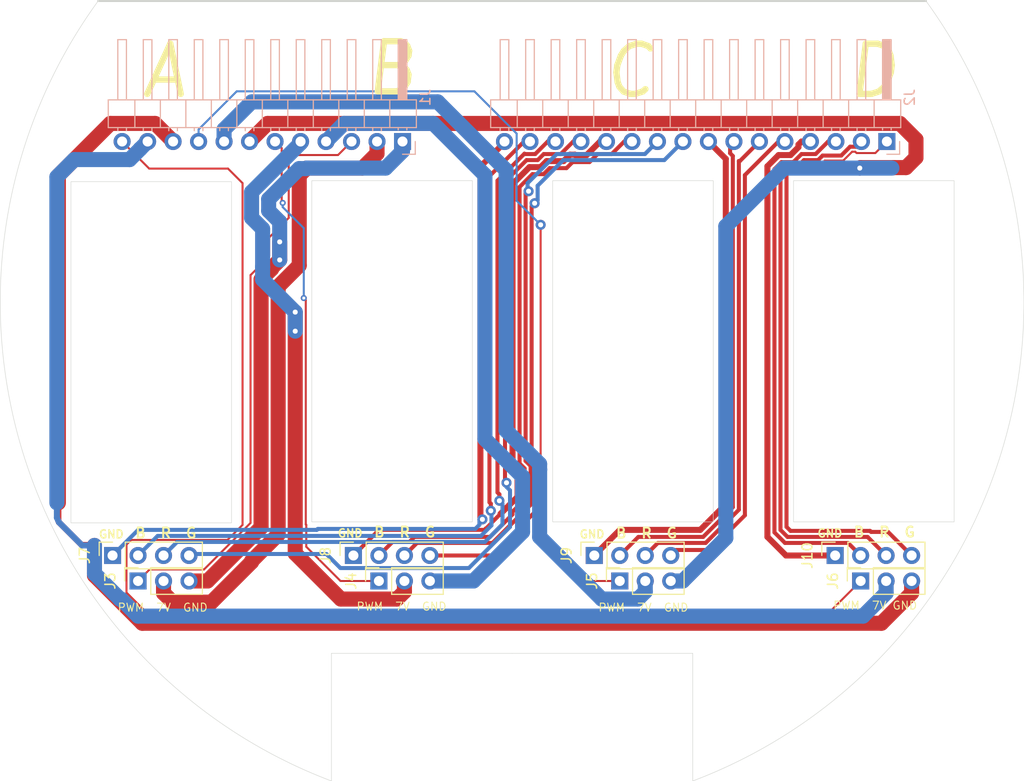
<source format=kicad_pcb>
(kicad_pcb (version 20241229) (generator "pcbnew") (generator_version "9.0")
  (title_block (title "back_connector_cover") (rev "00"))
  (layers (0 "F.Cu" signal) (2 "B.Cu" signal) (13 "F.Paste" user) (15 "B.Paste" user) (5 "F.SilkS" user "F.Silkscreen") (7 "B.SilkS" user "B.Silkscreen") (1 "F.Mask" user) (3 "B.Mask" user) (25 "Edge.Cuts" user))
  (net 0 "")
  (net 1 "Net-(J1-Pin_8)")
  (net 2 "Net-(J1-Pin_1)")
  (net 3 "Net-(J1-Pin_5)")
  (net 4 "Net-(J1-Pin_12)")
  (net 5 "Net-(J1-Pin_7)")
  (net 6 "Net-(J1-Pin_9)")
  (net 7 "Net-(J1-Pin_6)")
  (net 8 "Net-(J1-Pin_10)")
  (net 9 "Net-(J1-Pin_2)")
  (net 10 "Net-(J1-Pin_3)")
  (net 11 "Net-(J1-Pin_4)")
  (net 12 "Net-(J1-Pin_11)")
  (net 13 "A_GND")
  (net 14 "B_GND")
  (net 15 "C_GND")
  (net 16 "D_GND")
  (net 17 "C_R")
  (net 18 "D_G")
  (net 19 "D_R")
  (net 20 "B_R")
  (net 21 "A_R")
  (net 22 "B_G")
  (net 23 "D_B")
  (net 24 "A_G")
  (net 25 "C_B")
  (net 26 "B_B")
  (net 27 "A_B")
  (net 28 "C_G")
  (footprint "Connector_PinSocket_2.54mm:PinSocket_1x04_P2.54mm_Vertical" (layer "F.Cu") (at 31.64682 75.35 90)
    (property "Reference" "J7" (at 0 -2.77 90) (layer "F.SilkS"))
    (property "Value" "Conn_01x04_Socket")
    (pad "1" thru_hole rect (at 0 0 90) (size 1.7 1.7) (drill 1) (layers "*.Cu" "*.Mask") (net 13 "A_GND"))
    (pad "2" thru_hole circle (at 0 2.54 90) (size 1.7 1.7) (drill 1) (layers "*.Cu" "*.Mask") (net 27 "A_B"))
    (pad "3" thru_hole circle (at 0 5.08 90) (size 1.7 1.7) (drill 1) (layers "*.Cu" "*.Mask") (net 21 "A_R"))
    (pad "4" thru_hole circle (at 0 7.62 90) (size 1.7 1.7) (drill 1) (layers "*.Cu" "*.Mask") (net 24 "A_G"))
  )
  (footprint "Connector_PinSocket_2.54mm:PinSocket_1x03_P2.54mm_Vertical" (layer "F.Cu") (at 34.18682 77.89 90)
    (property "Reference" "J3" (at 0 -2.77 90) (layer "F.SilkS"))
    (property "Value" "Conn_01x03_Socket")
    (pad "1" thru_hole rect (at 0 0 90) (size 1.7 1.7) (drill 1) (layers "*.Cu" "*.Mask") (net 10 "Net-(J1-Pin_3)"))
    (pad "2" thru_hole circle (at 0 2.54 90) (size 1.7 1.7) (drill 1) (layers "*.Cu" "*.Mask") (net 9 "Net-(J1-Pin_2)"))
    (pad "3" thru_hole circle (at 0 5.08 90) (size 1.7 1.7) (drill 1) (layers "*.Cu" "*.Mask") (net 2 "Net-(J1-Pin_1)"))
  )
  (footprint "Connector_PinSocket_2.54mm:PinSocket_1x03_P2.54mm_Vertical" (layer "F.Cu") (at 106.18682 77.89 90)
    (property "Reference" "J6" (at 0 -2.77 90) (layer "F.SilkS"))
    (property "Value" "Conn_01x03_Socket")
    (pad "1" thru_hole rect (at 0 0 90) (size 1.7 1.7) (drill 1) (layers "*.Cu" "*.Mask") (net 4 "Net-(J1-Pin_12)"))
    (pad "2" thru_hole circle (at 0 2.54 90) (size 1.7 1.7) (drill 1) (layers "*.Cu" "*.Mask") (net 12 "Net-(J1-Pin_11)"))
    (pad "3" thru_hole circle (at 0 5.08 90) (size 1.7 1.7) (drill 1) (layers "*.Cu" "*.Mask") (net 8 "Net-(J1-Pin_10)"))
  )
  (footprint "Connector_PinSocket_2.54mm:PinSocket_1x03_P2.54mm_Vertical" (layer "F.Cu") (at 58.18682 77.89 90)
    (property "Reference" "J4" (at 0 -2.77 90) (layer "F.SilkS"))
    (property "Value" "Conn_01x03_Socket")
    (pad "1" thru_hole rect (at 0 0 90) (size 1.7 1.7) (drill 1) (layers "*.Cu" "*.Mask") (net 7 "Net-(J1-Pin_6)"))
    (pad "2" thru_hole circle (at 0 2.54 90) (size 1.7 1.7) (drill 1) (layers "*.Cu" "*.Mask") (net 3 "Net-(J1-Pin_5)"))
    (pad "3" thru_hole circle (at 0 5.08 90) (size 1.7 1.7) (drill 1) (layers "*.Cu" "*.Mask") (net 11 "Net-(J1-Pin_4)"))
  )
  (footprint "Connector_PinSocket_2.54mm:PinSocket_1x03_P2.54mm_Vertical" (layer "F.Cu") (at 82.18682 77.89 90)
    (property "Reference" "J5" (at 0 -2.77 90) (layer "F.SilkS"))
    (property "Value" "Conn_01x03_Socket")
    (pad "1" thru_hole rect (at 0 0 90) (size 1.7 1.7) (drill 1) (layers "*.Cu" "*.Mask") (net 6 "Net-(J1-Pin_9)"))
    (pad "2" thru_hole circle (at 0 2.54 90) (size 1.7 1.7) (drill 1) (layers "*.Cu" "*.Mask") (net 1 "Net-(J1-Pin_8)"))
    (pad "3" thru_hole circle (at 0 5.08 90) (size 1.7 1.7) (drill 1) (layers "*.Cu" "*.Mask") (net 5 "Net-(J1-Pin_7)"))
  )
  (footprint "Connector_PinSocket_2.54mm:PinSocket_1x04_P2.54mm_Vertical" (layer "F.Cu") (at 79.64682 75.35 90)
    (property "Reference" "J9" (at 0 -2.77 90) (layer "F.SilkS"))
    (property "Value" "Conn_01x04_Socket")
    (pad "1" thru_hole rect (at 0 0 90) (size 1.7 1.7) (drill 1) (layers "*.Cu" "*.Mask") (net 15 "C_GND"))
    (pad "2" thru_hole circle (at 0 2.54 90) (size 1.7 1.7) (drill 1) (layers "*.Cu" "*.Mask") (net 25 "C_B"))
    (pad "3" thru_hole circle (at 0 5.08 90) (size 1.7 1.7) (drill 1) (layers "*.Cu" "*.Mask") (net 17 "C_R"))
    (pad "4" thru_hole circle (at 0 7.62 90) (size 1.7 1.7) (drill 1) (layers "*.Cu" "*.Mask") (net 28 "C_G"))
  )
  (footprint "Connector_PinSocket_2.54mm:PinSocket_1x04_P2.54mm_Vertical" (layer "F.Cu") (at 55.64682 75.35 90)
    (property "Reference" "J8" (at 0 -2.77 90) (layer "F.SilkS"))
    (property "Value" "Conn_01x04_Socket")
    (pad "1" thru_hole rect (at 0 0 90) (size 1.7 1.7) (drill 1) (layers "*.Cu" "*.Mask") (net 14 "B_GND"))
    (pad "2" thru_hole circle (at 0 2.54 90) (size 1.7 1.7) (drill 1) (layers "*.Cu" "*.Mask") (net 26 "B_B"))
    (pad "3" thru_hole circle (at 0 5.08 90) (size 1.7 1.7) (drill 1) (layers "*.Cu" "*.Mask") (net 20 "B_R"))
    (pad "4" thru_hole circle (at 0 7.62 90) (size 1.7 1.7) (drill 1) (layers "*.Cu" "*.Mask") (net 22 "B_G"))
  )
  (footprint "Connector_PinSocket_2.54mm:PinSocket_1x04_P2.54mm_Vertical" (layer "F.Cu") (at 103.64682 75.35 90)
    (property "Reference" "J10" (at 0 -2.77 90) (layer "F.SilkS"))
    (property "Value" "Conn_01x04_Socket")
    (pad "1" thru_hole rect (at 0 0 90) (size 1.7 1.7) (drill 1) (layers "*.Cu" "*.Mask") (net 16 "D_GND"))
    (pad "2" thru_hole circle (at 0 2.54 90) (size 1.7 1.7) (drill 1) (layers "*.Cu" "*.Mask") (net 23 "D_B"))
    (pad "3" thru_hole circle (at 0 5.08 90) (size 1.7 1.7) (drill 1) (layers "*.Cu" "*.Mask") (net 19 "D_R"))
    (pad "4" thru_hole circle (at 0 7.62 90) (size 1.7 1.7) (drill 1) (layers "*.Cu" "*.Mask") (net 18 "D_G"))
  )
  (footprint "Connector_PinHeader_2.54mm:PinHeader_1x16_P2.54mm_Horizontal" (layer "B.Cu") (at 108.8 34.1 90)
    (property "Reference" "J2" (at 4.385 2.27 90) (layer "B.SilkS") (effects (justify mirror)))
    (property "Value" "Conn_01x16_Pin")
    (pad "1" thru_hole rect (at 0 0 90) (size 1.7 1.7) (drill 1) (layers "*.Cu" "*.Mask") (net 18 "D_G"))
    (pad "2" thru_hole circle (at 0 -2.54 90) (size 1.7 1.7) (drill 1) (layers "*.Cu" "*.Mask") (net 19 "D_R"))
    (pad "3" thru_hole circle (at 0 -5.08 90) (size 1.7 1.7) (drill 1) (layers "*.Cu" "*.Mask") (net 23 "D_B"))
    (pad "4" thru_hole circle (at 0 -7.62 90) (size 1.7 1.7) (drill 1) (layers "*.Cu" "*.Mask") (net 16 "D_GND"))
    (pad "5" thru_hole circle (at 0 -10.16 90) (size 1.7 1.7) (drill 1) (layers "*.Cu" "*.Mask") (net 28 "C_G"))
    (pad "6" thru_hole circle (at 0 -12.7 90) (size 1.7 1.7) (drill 1) (layers "*.Cu" "*.Mask") (net 17 "C_R"))
    (pad "7" thru_hole circle (at 0 -15.24 90) (size 1.7 1.7) (drill 1) (layers "*.Cu" "*.Mask") (net 25 "C_B"))
    (pad "8" thru_hole circle (at 0 -17.78 90) (size 1.7 1.7) (drill 1) (layers "*.Cu" "*.Mask") (net 15 "C_GND"))
    (pad "9" thru_hole circle (at 0 -20.32 90) (size 1.7 1.7) (drill 1) (layers "*.Cu" "*.Mask") (net 22 "B_G"))
    (pad "10" thru_hole circle (at 0 -22.86 90) (size 1.7 1.7) (drill 1) (layers "*.Cu" "*.Mask") (net 20 "B_R"))
    (pad "11" thru_hole circle (at 0 -25.4 90) (size 1.7 1.7) (drill 1) (layers "*.Cu" "*.Mask") (net 26 "B_B"))
    (pad "12" thru_hole circle (at 0 -27.94 90) (size 1.7 1.7) (drill 1) (layers "*.Cu" "*.Mask") (net 14 "B_GND"))
    (pad "13" thru_hole circle (at 0 -30.48 90) (size 1.7 1.7) (drill 1) (layers "*.Cu" "*.Mask") (net 24 "A_G"))
    (pad "14" thru_hole circle (at 0 -33.02 90) (size 1.7 1.7) (drill 1) (layers "*.Cu" "*.Mask") (net 21 "A_R"))
    (pad "15" thru_hole circle (at 0 -35.56 90) (size 1.7 1.7) (drill 1) (layers "*.Cu" "*.Mask") (net 27 "A_B"))
    (pad "16" thru_hole circle (at 0 -38.1 90) (size 1.7 1.7) (drill 1) (layers "*.Cu" "*.Mask") (net 13 "A_GND"))
  )
  (footprint "Connector_PinHeader_2.54mm:PinHeader_1x12_P2.54mm_Horizontal" (layer "B.Cu") (at 60.54 34.1 90)
    (property "Reference" "J1" (at 4.385 2.27 90) (layer "B.SilkS") (effects (justify mirror)))
    (property "Value" "Conn_01x12_Pin")
    (pad "1" thru_hole rect (at 0 0 90) (size 1.7 1.7) (drill 1) (layers "*.Cu" "*.Mask") (net 2 "Net-(J1-Pin_1)"))
    (pad "2" thru_hole circle (at 0 -2.54 90) (size 1.7 1.7) (drill 1) (layers "*.Cu" "*.Mask") (net 9 "Net-(J1-Pin_2)"))
    (pad "3" thru_hole circle (at 0 -5.08 90) (size 1.7 1.7) (drill 1) (layers "*.Cu" "*.Mask") (net 10 "Net-(J1-Pin_3)"))
    (pad "4" thru_hole circle (at 0 -7.62 90) (size 1.7 1.7) (drill 1) (layers "*.Cu" "*.Mask") (net 11 "Net-(J1-Pin_4)"))
    (pad "5" thru_hole circle (at 0 -10.16 90) (size 1.7 1.7) (drill 1) (layers "*.Cu" "*.Mask") (net 3 "Net-(J1-Pin_5)"))
    (pad "6" thru_hole circle (at 0 -12.7 90) (size 1.7 1.7) (drill 1) (layers "*.Cu" "*.Mask") (net 7 "Net-(J1-Pin_6)"))
    (pad "7" thru_hole circle (at 0 -15.24 90) (size 1.7 1.7) (drill 1) (layers "*.Cu" "*.Mask") (net 5 "Net-(J1-Pin_7)"))
    (pad "8" thru_hole circle (at 0 -17.78 90) (size 1.7 1.7) (drill 1) (layers "*.Cu" "*.Mask") (net 1 "Net-(J1-Pin_8)"))
    (pad "9" thru_hole circle (at 0 -20.32 90) (size 1.7 1.7) (drill 1) (layers "*.Cu" "*.Mask") (net 6 "Net-(J1-Pin_9)"))
    (pad "10" thru_hole circle (at 0 -22.86 90) (size 1.7 1.7) (drill 1) (layers "*.Cu" "*.Mask") (net 8 "Net-(J1-Pin_10)"))
    (pad "11" thru_hole circle (at 0 -25.4 90) (size 1.7 1.7) (drill 1) (layers "*.Cu" "*.Mask") (net 12 "Net-(J1-Pin_11)"))
    (pad "12" thru_hole circle (at 0 -27.94 90) (size 1.7 1.7) (drill 1) (layers "*.Cu" "*.Mask") (net 4 "Net-(J1-Pin_12)"))
  )
  (gr_rect (start 51.5 38) (end 67.5 72) (stroke (width 0.05)) (fill no) (layer "Edge.Cuts"))
  (gr_line (start 112.7 20.1) (end 30.21364 20.1) (stroke (width 0.2)) (layer "Edge.Cuts"))
  (gr_line (start 53.45682 85.1) (end 53.456821 97.817922) (stroke (width 0.05)) (layer "Edge.Cuts"))
  (gr_line (start 89.45682 85.1) (end 89.45682 97.817919) (stroke (width 0.05)) (layer "Edge.Cuts"))
  (gr_rect (start 99.5 38) (end 115.5 72) (stroke (width 0.05)) (fill no) (layer "Edge.Cuts"))
  (gr_arc (start 112.7 20.1) (mid 120.319342 64.710064) (end 89.462741 97.815688) (stroke (width 0.05)) (layer "Edge.Cuts"))
  (gr_arc (start 53.456821 97.817922) (mid 22.595205 64.713095) (end 30.213641 20.1) (stroke (width 0.05)) (layer "Edge.Cuts"))
  (gr_rect (start 75.5 38) (end 91.5 72) (stroke (width 0.05)) (fill no) (layer "Edge.Cuts"))
  (gr_rect (start 27.5 38.1) (end 43.5 72.1) (stroke (width 0.05)) (fill no) (layer "Edge.Cuts"))
  (gr_line (start 71.45682 85.1) (end 89.45682 85.1) (stroke (width 0.05)) (layer "Edge.Cuts"))
  (gr_line (start 71.45682 85.1) (end 53.45682 85.1) (stroke (width 0.05)) (layer "Edge.Cuts"))
  (gr_text "B" (at 56.5 29.75 0) (layer "F.SilkS") (effects (font (size 5 5) (thickness 0.625) (italic yes)) (justify left bottom)))
  (gr_text "GND" (at 101.8 73.6 0) (layer "F.SilkS") (effects (font (size 0.8 0.8) (thickness 0.16) (bold yes)) (justify left bottom)))
  (gr_text "PWM  7V  GND" (at 55.9 80.9 0) (layer "F.SilkS") (effects (font (size 0.8 0.8) (thickness 0.1)) (justify left bottom)))
  (gr_text "PWM  7V  GND" (at 80 81 0) (layer "F.SilkS") (effects (font (size 0.8 0.8) (thickness 0.1)) (justify left bottom)))
  (gr_text "GND" (at 78.1 73.7 0) (layer "F.SilkS") (effects (font (size 0.8 0.8) (thickness 0.16) (bold yes)) (justify left bottom)))
  (gr_text "GND" (at 30.2 73.7 0) (layer "F.SilkS") (effects (font (size 0.8 0.8) (thickness 0.16) (bold yes)) (justify left bottom)))
  (gr_text "B  R  G" (at 81.7 73.7 0) (layer "F.SilkS") (effects (font (size 1 1) (thickness 0.2) (bold yes)) (justify left bottom)))
  (gr_text "PWM  7V GND" (at 103.4 80.8 0) (layer "F.SilkS") (effects (font (size 0.8 0.8) (thickness 0.1)) (justify left bottom)))
  (gr_text "GND" (at 54 73.6 0) (layer "F.SilkS") (effects (font (size 0.8 0.8) (thickness 0.16) (bold yes)) (justify left bottom)))
  (gr_text "PWM  7V  GND" (at 32.1 81 0) (layer "F.SilkS") (effects (font (size 0.8 0.8) (thickness 0.1)) (justify left bottom)))
  (gr_text "C" (at 80.25 30 0) (layer "F.SilkS") (effects (font (size 5 5) (thickness 0.625) (italic yes)) (justify left bottom)))
  (gr_text "A" (at 34.25 30 0) (layer "F.SilkS") (effects (font (size 5 5) (thickness 0.625) (italic yes)) (justify left bottom)))
  (gr_text "B  R  G" (at 105.4 73.6 0) (layer "F.SilkS") (effects (font (size 1 1) (thickness 0.2) (bold yes)) (justify left bottom)))
  (gr_text "B  R  G" (at 57.6 73.6 0) (layer "F.SilkS") (effects (font (size 1 1) (thickness 0.2) (bold yes)) (justify left bottom)))
  (gr_text "D" (at 104.5 30 0) (layer "F.SilkS") (effects (font (size 5 5) (thickness 0.625) (italic yes)) (justify left bottom)))
  (gr_text "B  R  G" (at 33.8 73.7 0) (layer "F.SilkS") (effects (font (size 1 1) (thickness 0.2) (bold yes)) (justify left bottom)))
  (segment (start 84.72682 78.952) (end 83.98782 79.691) (width 1.5) (layer "B.Cu") (net 1))
  (segment (start 74.2 66.227324) (end 70.861338 62.888662) (width 1.5) (layer "B.Cu") (net 1))
  (segment (start 74.201 66.795422) (end 74.2 66.794422) (width 1.5) (layer "B.Cu") (net 1))
  (segment (start 74.2 66.794422) (end 74.2 66.227324) (width 1.5) (layer "B.Cu") (net 1))
  (segment (start 70.861338 62.888662) (end 70.861338 36.961338) (width 1.5) (layer "B.Cu") (net 1))
  (segment (start 83.98782 79.691) (end 80.38582 79.691) (width 1.5) (layer "B.Cu") (net 1))
  (segment (start 70.861338 36.961338) (end 64.051 30.151) (width 1.5) (layer "B.Cu") (net 1))
  (segment (start 74.201 73.50618) (end 74.201 66.795422) (width 1.5) (layer "B.Cu") (net 1))
  (segment (start 84.72682 77.89) (end 84.72682 78.952) (width 1.5) (layer "B.Cu") (net 1))
  (segment (start 45.506919 30.151) (end 42.76 32.897919) (width 1.5) (layer "B.Cu") (net 1))
  (segment (start 80.38582 79.691) (end 74.201 73.50618) (width 1.5) (layer "B.Cu") (net 1))
  (segment (start 42.76 32.897919) (end 42.76 34.1) (width 1.5) (layer "B.Cu") (net 1))
  (segment (start 64.051 30.151) (end 45.506919 30.151) (width 1.5) (layer "B.Cu") (net 1))
  (segment (start 46.446 72.554) (end 41.11 77.89) (width 1.5) (layer "F.Cu") (net 2))
  (segment (start 41.11 77.89) (end 39.26682 77.89) (width 1.5) (layer "F.Cu") (net 2))
  (segment (start 47.5 46.794422) (end 46.446 47.848422) (width 1.5) (layer "F.Cu") (net 2))
  (segment (start 46.446 47.848422) (end 46.446 72.554) (width 1.5) (layer "F.Cu") (net 2))
  (segment (start 47.5 46.7) (end 47.5 46.794422) (width 1.5) (layer "F.Cu") (net 2))
  (segment (start 48.3 45.9) (end 47.5 46.7) (width 1.5) (layer "F.Cu") (net 2))
  (segment (start 48.3 45.9) (end 48.3 44.1) (width 1.5) (layer "F.Cu") (net 2))
  (via (at 48.3 44.1) (size 1) (drill 0.5) (layers "F.Cu" "B.Cu") (net 2))
  (via (at 48.3 45.9) (size 1) (drill 0.5) (layers "F.Cu" "B.Cu") (net 2))
  (segment (start 48.3 42.1) (end 47.2 41) (width 1.5) (layer "B.Cu") (net 2))
  (segment (start 50.981819 36.749) (end 58.851 36.749) (width 1.5) (layer "B.Cu") (net 2))
  (segment (start 47.2 41) (end 47.2 39.847459) (width 1.5) (layer "B.Cu") (net 2))
  (segment (start 50.247459 36.8) (end 50.930819 36.8) (width 1.5) (layer "B.Cu") (net 2))
  (segment (start 60.54 35.06) (end 60.54 34.1) (width 1.5) (layer "B.Cu") (net 2))
  (segment (start 50.930819 36.8) (end 50.981819 36.749) (width 1.5) (layer "B.Cu") (net 2))
  (segment (start 58.851 36.749) (end 60.54 35.06) (width 1.5) (layer "B.Cu") (net 2))
  (segment (start 47.2 39.847459) (end 50.247459 36.8) (width 1.5) (layer "B.Cu") (net 2))
  (segment (start 48.3 45.9) (end 48.3 42.1) (width 1.5) (layer "B.Cu") (net 2))
  (segment (start 59.98782 79.691) (end 60.72682 78.952) (width 1.5) (layer "F.Cu") (net 3))
  (segment (start 60.72682 78.952) (end 60.72682 77.89) (width 1.5) (layer "F.Cu") (net 3))
  (segment (start 49.848 51.098) (end 49.848 75.148) (width 1.5) (layer "F.Cu") (net 3))
  (segment (start 54.391 79.691) (end 59.98782 79.691) (width 1.5) (layer "F.Cu") (net 3))
  (segment (start 49.848 75.148) (end 54.391 79.691) (width 1.5) (layer "F.Cu") (net 3))
  (via (at 49.848 51.098) (size 1) (drill 0.5) (layers "F.Cu" "B.Cu") (net 3))
  (via (at 49.848 53) (size 1) (drill 0.5) (layers "F.Cu" "B.Cu") (net 3))
  (segment (start 46.6 46.605577) (end 46.599 46.604577) (width 1.5) (layer "B.Cu") (net 3))
  (segment (start 50.38 34.261881) (end 50.38 34.1) (width 1.5) (layer "B.Cu") (net 3))
  (segment (start 49.848 51.098) (end 46.6 47.85) (width 1.5) (layer "B.Cu") (net 3))
  (segment (start 45.499 41.704577) (end 45.499 39.142881) (width 1.5) (layer "B.Cu") (net 3))
  (segment (start 45.499 39.142881) (end 50.38 34.261881) (width 1.5) (layer "B.Cu") (net 3))
  (segment (start 46.6 47.85) (end 46.6 46.605577) (width 1.5) (layer "B.Cu") (net 3))
  (segment (start 46.599 46.604577) (end 46.599 42.804578) (width 1.5) (layer "B.Cu") (net 3))
  (segment (start 46.599 42.804578) (end 45.499 41.704577) (width 1.5) (layer "B.Cu") (net 3))
  (segment (start 49.848 51.098) (end 49.848 53) (width 1.5) (layer "B.Cu") (net 3))
  (segment (start 106.18682 77.89) (end 103.025821 81.050999) (width 0.2) (layer "F.Cu") (net 4))
  (segment (start 43.149942 36.8) (end 35.3 36.8) (width 0.2) (layer "F.Cu") (net 4))
  (segment (start 35.045819 81.050999) (end 33.03582 79.041) (width 0.2) (layer "F.Cu") (net 4))
  (segment (start 44.6 38.250058) (end 43.149942 36.8) (width 0.2) (layer "F.Cu") (net 4))
  (segment (start 43.1 73.8) (end 44.6 72.3) (width 0.2) (layer "F.Cu") (net 4))
  (segment (start 33.03582 79.041) (end 33.03582 74.26418) (width 0.2) (layer "F.Cu") (net 4))
  (segment (start 33.5 73.8) (end 43.1 73.8) (width 0.2) (layer "F.Cu") (net 4))
  (segment (start 44.6 72.3) (end 44.6 38.250058) (width 0.2) (layer "F.Cu") (net 4))
  (segment (start 103.025821 81.050999) (end 35.045819 81.050999) (width 0.2) (layer "F.Cu") (net 4))
  (segment (start 33.03582 74.26418) (end 33.5 73.8) (width 0.2) (layer "F.Cu") (net 4))
  (segment (start 35.3 36.8) (end 32.6 34.1) (width 0.2) (layer "F.Cu") (net 4))
  (segment (start 45.3 34.093001) (end 47.094001 32.299) (width 1.5) (layer "F.Cu") (net 5))
  (segment (start 47.094001 32.299) (end 110.099 32.299) (width 1.5) (layer "F.Cu") (net 5))
  (segment (start 110.099 32.299) (end 111.7 33.9) (width 1.5) (layer "F.Cu") (net 5))
  (segment (start 111.7 35.7) (end 110.7 36.7) (width 1.5) (layer "F.Cu") (net 5))
  (segment (start 111.7 33.9) (end 111.7 35.7) (width 1.5) (layer "F.Cu") (net 5))
  (segment (start 109.5 36.7) (end 106.149 36.7) (width 1.5) (layer "F.Cu") (net 5))
  (segment (start 45.3 34.1) (end 45.3 34.093001) (width 1.5) (layer "F.Cu") (net 5))
  (segment (start 106.149 36.7) (end 106.1 36.749) (width 1.5) (layer "F.Cu") (net 5))
  (segment (start 110.7 36.7) (end 109.5 36.7) (width 1.5) (layer "F.Cu") (net 5))
  (via (at 106.1 36.749) (size 1) (drill 0.5) (layers "F.Cu" "B.Cu") (net 5))
  (segment (start 92.751 42.549) (end 92.751 73.607901) (width 1.5) (layer "B.Cu") (net 5))
  (segment (start 106.1 36.749) (end 109.3 36.749) (width 1.5) (layer "B.Cu") (net 5))
  (segment (start 106.1 36.749) (end 98.551 36.749) (width 1.5) (layer "B.Cu") (net 5))
  (segment (start 98.551 36.749) (end 92.751 42.549) (width 1.5) (layer "B.Cu") (net 5))
  (segment (start 88.468901 77.89) (end 87.26682 77.89) (width 1.5) (layer "B.Cu") (net 5))
  (segment (start 92.751 73.607901) (end 88.468901 77.89) (width 1.5) (layer "B.Cu") (net 5))
  (segment (start 74.404 68.794702) (end 74.406 68.792702) (width 0.2) (layer "F.Cu") (net 6))
  (segment (start 78.03846 77.89) (end 74.404 74.25554) (width 0.2) (layer "F.Cu") (net 6))
  (segment (start 74.3 42.403) (end 74.303 42.4) (width 0.2) (layer "F.Cu") (net 6))
  (segment (start 74.406 68.792702) (end 74.406 65.971909) (width 0.2) (layer "F.Cu") (net 6))
  (segment (start 74.3 65.86591) (end 74.3 42.403) (width 0.2) (layer "F.Cu") (net 6))
  (segment (start 74.406 65.971909) (end 74.3 65.86591) (width 0.2) (layer "F.Cu") (net 6))
  (segment (start 74.404 74.25554) (end 74.404 68.794702) (width 0.2) (layer "F.Cu") (net 6))
  (segment (start 82.18682 77.89) (end 78.03846 77.89) (width 0.2) (layer "F.Cu") (net 6))
  (via (at 74.303 42.4) (size 1) (drill 0.5) (layers "F.Cu" "B.Cu") (net 6))
  (segment (start 40.22 32.897919) (end 40.22 34.1) (width 0.2) (layer "B.Cu") (net 6))
  (segment (start 44.017919 29.1) (end 40.22 32.897919) (width 0.2) (layer "B.Cu") (net 6))
  (segment (start 74.303 42.4) (end 71.912338 40.009338) (width 0.2) (layer "B.Cu") (net 6))
  (segment (start 71.912338 33.312338) (end 67.7 29.1) (width 0.2) (layer "B.Cu") (net 6))
  (segment (start 67.7 29.1) (end 44.017919 29.1) (width 0.2) (layer "B.Cu") (net 6))
  (segment (start 40.22 34.52) (end 40.22 34.1) (width 0.2) (layer "B.Cu") (net 6))
  (segment (start 71.912338 40.009338) (end 71.912338 33.312338) (width 0.2) (layer "B.Cu") (net 6))
  (segment (start 48.599002 40.216224) (end 48.5 40.117223) (width 0.2) (layer "F.Cu") (net 7))
  (segment (start 50.950029 72.299971) (end 50.899 72.248942) (width 0.2) (layer "F.Cu") (net 7))
  (segment (start 48.5 40.117223) (end 48.5 34.76) (width 0.2) (layer "F.Cu") (net 7))
  (segment (start 50.899 72.248942) (end 50.899 49.899) (width 0.2) (layer "F.Cu") (net 7))
  (segment (start 50.950029 72.7) (end 50.950029 72.299971) (width 0.2) (layer "F.Cu") (net 7))
  (segment (start 50.950029 72.601) (end 50.950029 72.7) (width 0.2) (layer "F.Cu") (net 7))
  (segment (start 50.899 49.899) (end 50.7 49.7) (width 0.2) (layer "F.Cu") (net 7))
  (segment (start 54.36 77.89) (end 58.18682 77.89) (width 0.2) (layer "F.Cu") (net 7))
  (segment (start 50.950029 72.7) (end 50.950029 74.480029) (width 0.2) (layer "F.Cu") (net 7))
  (segment (start 48.5 34.76) (end 47.84 34.1) (width 0.2) (layer "F.Cu") (net 7))
  (segment (start 50.950029 74.480029) (end 54.36 77.89) (width 0.2) (layer "F.Cu") (net 7))
  (via (at 48.599002 40.216224) (size 0.6) (drill 0.3) (layers "F.Cu" "B.Cu") (net 7))
  (via (at 50.7 49.7) (size 0.6) (drill 0.3) (layers "F.Cu" "B.Cu") (net 7))
  (segment (start 48.599002 40.216224) (end 48.599001 40.216225) (width 0.2) (layer "B.Cu") (net 7))
  (segment (start 47.84 34.1) (end 48.393712 34.653712) (width 0.2) (layer "B.Cu") (net 7))
  (segment (start 48.599001 40.631614) (end 50.7 42.732613) (width 0.2) (layer "B.Cu") (net 7))
  (segment (start 48.599001 40.216225) (end 48.599001 40.631614) (width 0.2) (layer "B.Cu") (net 7))
  (segment (start 47.84 34.16) (end 47.84 34.1) (width 1.5) (layer "B.Cu") (net 7))
  (segment (start 50.7 42.732613) (end 50.7 49.7) (width 0.2) (layer "B.Cu") (net 7))
  (segment (start 111.26682 77.89) (end 111.26682 79.092081) (width 1.5) (layer "F.Cu") (net 8))
  (segment (start 31.431819 32.299) (end 35.885999 32.299) (width 1.5) (layer "F.Cu") (net 8))
  (segment (start 29.84582 77.337338) (end 29.84582 74.34582) (width 1.5) (layer "F.Cu") (net 8))
  (segment (start 111.26682 79.092081) (end 108.256903 82.101998) (width 1.5) (layer "F.Cu") (net 8))
  (segment (start 26.308044 72.040829) (end 26.249 71.911812) (width 0.6) (layer "F.Cu") (net 8))
  (segment (start 29.8 74.3) (end 28.567215 74.3) (width 0.6) (layer "F.Cu") (net 8))
  (segment (start 35.885999 32.299) (end 37.68 34.093001) (width 1.5) (layer "F.Cu") (net 8))
  (segment (start 26.249 70.1) (end 26.249 37.481819) (width 1.5) (layer "F.Cu") (net 8))
  (segment (start 29.84582 74.34582) (end 29.8 74.3) (width 0.6) (layer "F.Cu") (net 8))
  (segment (start 34.61048 82.101998) (end 29.84582 77.337338) (width 1.5) (layer "F.Cu") (net 8))
  (segment (start 26.249 71.911812) (end 26.249 70.1) (width 0.6) (layer "F.Cu") (net 8))
  (segment (start 26.249 37.481819) (end 31.431819 32.299) (width 1.5) (layer "F.Cu") (net 8))
  (segment (start 28.567215 74.3) (end 26.308044 72.040829) (width 0.6) (layer "F.Cu") (net 8))
  (segment (start 37.68 34.093001) (end 37.68 34.1) (width 1.5) (layer "F.Cu") (net 8))
  (segment (start 108.256903 82.101998) (end 34.61048 82.101998) (width 1.5) (layer "F.Cu") (net 8))
  (segment (start 36.72682 77.89) (end 36.72682 79.092081) (width 1.5) (layer "F.Cu") (net 9))
  (segment (start 50.981819 36.749) (end 56.553081 36.749) (width 1.5) (layer "F.Cu") (net 9))
  (segment (start 48.147 48.553) (end 50.249 46.451) (width 1.5) (layer "F.Cu") (net 9))
  (segment (start 45.5 75.905578) (end 48.147 73.258577) (width 1.5) (layer "F.Cu") (net 9))
  (segment (start 50.249 46.451) (end 50.249 37.481819) (width 1.5) (layer "F.Cu") (net 9))
  (segment (start 58 35.302081) (end 58 34.1) (width 1.5) (layer "F.Cu") (net 9))
  (segment (start 41.5 80) (end 45.5 76) (width 1.5) (layer "F.Cu") (net 9))
  (segment (start 48.147 73.258577) (end 48.147 48.553) (width 1.5) (layer "F.Cu") (net 9))
  (segment (start 45.5 76) (end 45.5 75.905578) (width 1.5) (layer "F.Cu") (net 9))
  (segment (start 37.634739 80) (end 41.5 80) (width 1.5) (layer "F.Cu") (net 9))
  (segment (start 50.249 37.481819) (end 50.981819 36.749) (width 1.5) (layer "F.Cu") (net 9))
  (segment (start 56.553081 36.749) (end 58 35.302081) (width 1.5) (layer "F.Cu") (net 9))
  (segment (start 36.72682 79.092081) (end 37.634739 80) (width 1.5) (layer "F.Cu") (net 9))
  (segment (start 47.249 43.664662) (end 49.199001 41.714661) (width 0.2) (layer "F.Cu") (net 10))
  (segment (start 47.249 45.464662) (end 47.249 43.664662) (width 0.2) (layer "F.Cu") (net 10))
  (segment (start 35.33782 76.739) (end 40.761 76.739) (width 0.2) (layer "F.Cu") (net 10))
  (segment (start 34.18682 77.89) (end 35.33782 76.739) (width 0.2) (layer "F.Cu") (net 10))
  (segment (start 46.449001 46.264661) (end 47.249 45.464662) (width 0.2) (layer "F.Cu") (net 10))
  (segment (start 54.110999 35.449001) (end 55.46 34.1) (width 0.2) (layer "F.Cu") (net 10))
  (segment (start 49.199001 41.714661) (end 49.199001 36.300999) (width 0.2) (layer "F.Cu") (net 10))
  (segment (start 40.761 76.739) (end 45.395 72.105) (width 0.2) (layer "F.Cu") (net 10))
  (segment (start 45.395001 47.413083) (end 46.449 46.359084) (width 0.2) (layer "F.Cu") (net 10))
  (segment (start 50.050999 35.449001) (end 54.110999 35.449001) (width 0.2) (layer "F.Cu") (net 10))
  (segment (start 45.395 72.105) (end 45.395001 47.413083) (width 0.2) (layer "F.Cu") (net 10))
  (segment (start 49.199001 36.300999) (end 50.050999 35.449001) (width 0.2) (layer "F.Cu") (net 10))
  (segment (start 46.449 46.359084) (end 46.449001 46.264661) (width 0.2) (layer "F.Cu") (net 10))
  (segment (start 68.75 63.75) (end 68.75 37.45) (width 1.5) (layer "B.Cu") (net 11))
  (segment (start 72.5 67.5) (end 68.75 63.75) (width 1.5) (layer "B.Cu") (net 11))
  (segment (start 52.92 34.093001) (end 52.92 34.1) (width 1.5) (layer "B.Cu") (net 11))
  (segment (start 63.26682 77.89) (end 67.61 77.89) (width 1.5) (layer "B.Cu") (net 11))
  (segment (start 63.599 32.299) (end 54.714001 32.299) (width 1.5) (layer "B.Cu") (net 11))
  (segment (start 68.75 37.45) (end 63.599 32.299) (width 1.5) (layer "B.Cu") (net 11))
  (segment (start 67.61 77.89) (end 72.5 73) (width 1.5) (layer "B.Cu") (net 11))
  (segment (start 72.5 73) (end 72.5 67.5) (width 1.5) (layer "B.Cu") (net 11))
  (segment (start 54.714001 32.299) (end 52.92 34.093001) (width 1.5) (layer "B.Cu") (net 11))
  (segment (start 106.426901 81.392) (end 34.192 81.392) (width 1.5) (layer "B.Cu") (net 12))
  (segment (start 27.829819 35.901) (end 33.345999 35.901) (width 1.5) (layer "B.Cu") (net 12))
  (segment (start 34.401 34.845999) (end 34.401 34.839) (width 1.5) (layer "B.Cu") (net 12))
  (segment (start 34.401 34.839) (end 35.14 34.1) (width 1.5) (layer "B.Cu") (net 12))
  (segment (start 26.1 37.630819) (end 27.829819 35.901) (width 1.5) (layer "B.Cu") (net 12))
  (segment (start 29.851 77.151) (end 29.84582 77.151) (width 1.5) (layer "B.Cu") (net 12))
  (segment (start 33.345999 35.901) (end 34.401 34.845999) (width 1.5) (layer "B.Cu") (net 12))
  (segment (start 34.192 81.392) (end 32.491 79.691) (width 1.5) (layer "B.Cu") (net 12))
  (segment (start 108.72682 77.89) (end 108.72682 79.092081) (width 1.5) (layer "B.Cu") (net 12))
  (segment (start 26.1 70.1) (end 26.1 37.630819) (width 1.5) (layer "B.Cu") (net 12))
  (segment (start 32.38582 79.68582) (end 29.851 77.151) (width 1.5) (layer "B.Cu") (net 12))
  (segment (start 28.613035 74.34582) (end 26.308044 72.040829) (width 0.6) (layer "B.Cu") (net 12))
  (segment (start 26.1 71.586234) (end 26.1 70.1) (width 0.6) (layer "B.Cu") (net 12))
  (segment (start 26.308044 72.040829) (end 26.1 71.586234) (width 0.6) (layer "B.Cu") (net 12))
  (segment (start 32.38582 79.691) (end 32.38582 79.68582) (width 1.5) (layer "B.Cu") (net 12))
  (segment (start 108.72682 79.092081) (end 106.426901 81.392) (width 1.5) (layer "B.Cu") (net 12))
  (segment (start 32.491 79.691) (end 32.38582 79.691) (width 1.5) (layer "B.Cu") (net 12))
  (segment (start 29.84582 77.151) (end 29.84582 74.34582) (width 1.5) (layer "B.Cu") (net 12))
  (segment (start 29.84582 74.34582) (end 28.613035 74.34582) (width 0.6) (layer "B.Cu") (net 12))
  (segment (start 68.5 71.75) (end 68.301 71.551) (width 0.6) (layer "F.Cu") (net 13))
  (segment (start 68.301 71.551) (end 68.301 36.599) (width 0.6) (layer "F.Cu") (net 13))
  (segment (start 70.75 34.15) (end 70.7 34.1) (width 0.6) (layer "F.Cu") (net 13))
  (segment (start 68.301 36.599) (end 70.75 34.15) (width 0.6) (layer "F.Cu") (net 13))
  (via (at 68.5 71.75) (size 1) (drill 0.5) (layers "F.Cu" "B.Cu") (net 13))
  (segment (start 68.201 72.290364) (end 67.790364 72.701) (width 0.4) (layer "B.Cu") (net 13))
  (segment (start 67.790364 72.701) (end 52.099 72.701) (width 0.4) (layer "B.Cu") (net 13))
  (segment (start 34.19882 72.798) (end 31.64682 75.35) (width 0.4) (layer "B.Cu") (net 13))
  (segment (start 52.099 72.701) (end 52.002 72.798) (width 0.4) (layer "B.Cu") (net 13))
  (segment (start 52.002 72.798) (end 34.19882 72.798) (width 0.4) (layer "B.Cu") (net 13))
  (segment (start 68.5 71.75) (end 68.201 71.75) (width 0.4) (layer "B.Cu") (net 13))
  (segment (start 68.201 71.75) (end 68.201 72.290364) (width 0.4) (layer "B.Cu") (net 13))
  (segment (start 70.303 71.197) (end 72 69.5) (width 0.6) (layer "F.Cu") (net 14))
  (segment (start 71.5 66.465678) (end 71.5 38.341306) (width 0.6) (layer "F.Cu") (net 14))
  (segment (start 68.703 72.797) (end 58.19982 72.797) (width 0.4) (layer "F.Cu") (net 14))
  (segment (start 77.760397 35.451) (end 78.879603 35.451) (width 0.6) (layer "F.Cu") (net 14))
  (segment (start 72 67.798934) (end 72.002 67.796934) (width 0.6) (layer "F.Cu") (net 14))
  (segment (start 69.401 72.123207) (end 68.873207 72.651) (width 0.4) (layer "F.Cu") (net 14))
  (segment (start 78.879603 35.451) (end 80.230603 34.1) (width 0.6) (layer "F.Cu") (net 14))
  (segment (start 72.002 67.796934) (end 72.002 66.967678) (width 0.6) (layer "F.Cu") (net 14))
  (segment (start 77.720397 35.411) (end 77.760397 35.451) (width 0.6) (layer "F.Cu") (net 14))
  (segment (start 74.898488 36.052) (end 76.588546 36.052) (width 0.6) (layer "F.Cu") (net 14))
  (segment (start 73.188306 36.653) (end 74.297488 36.653) (width 0.6) (layer "F.Cu") (net 14))
  (segment (start 72.002 66.967678) (end 71.5 66.465678) (width 0.6) (layer "F.Cu") (net 14))
  (segment (start 76.588546 36.052) (end 77.229546 35.411) (width 0.6) (layer "F.Cu") (net 14))
  (segment (start 74.297488 36.653) (end 74.898488 36.052) (width 0.6) (layer "F.Cu") (net 14))
  (segment (start 70.303 71.197) (end 69.401 72.099) (width 0.4) (layer "F.Cu") (net 14))
  (segment (start 71.5 38.341306) (end 73.188306 36.653) (width 0.6) (layer "F.Cu") (net 14))
  (segment (start 58.19982 72.797) (end 55.64682 75.35) (width 0.4) (layer "F.Cu") (net 14))
  (segment (start 69.401 72.099) (end 69.401 72.123207) (width 0.4) (layer "F.Cu") (net 14))
  (segment (start 68.849 72.651) (end 68.703 72.797) (width 0.4) (layer "F.Cu") (net 14))
  (segment (start 80.230603 34.1) (end 80.86 34.1) (width 0.6) (layer "F.Cu") (net 14))
  (segment (start 72 69.5) (end 72 67.798934) (width 0.6) (layer "F.Cu") (net 14))
  (segment (start 68.873207 72.651) (end 68.849 72.651) (width 0.4) (layer "F.Cu") (net 14))
  (segment (start 77.229546 35.411) (end 77.720397 35.411) (width 0.6) (layer "F.Cu") (net 14))
  (segment (start 82.19982 72.797) (end 90.203 72.797) (width 0.6) (layer "F.Cu") (net 15))
  (segment (start 79.64682 75.35) (end 82.19982 72.797) (width 0.6) (layer "F.Cu") (net 15))
  (segment (start 92.75 35.83) (end 91.02 34.1) (width 0.6) (layer "F.Cu") (net 15))
  (segment (start 92.75 70.25) (end 92.75 35.83) (width 0.6) (layer "F.Cu") (net 15))
  (segment (start 90.203 72.797) (end 92.75 70.25) (width 0.6) (layer "F.Cu") (net 15))
  (segment (start 96.897 73.497) (end 98.75 75.35) (width 0.6) (layer "F.Cu") (net 16))
  (segment (start 100.3 34.1) (end 99.991 34.409) (width 0.6) (layer "F.Cu") (net 16))
  (segment (start 98.75 75.35) (end 103.64682 75.35) (width 0.6) (layer "F.Cu") (net 16))
  (segment (start 99.199603 35.451) (end 98.011752 35.451) (width 0.6) (layer "F.Cu") (net 16))
  (segment (start 101.18 34.1) (end 100.3 34.1) (width 0.6) (layer "F.Cu") (net 16))
  (segment (start 99.991 34.659603) (end 99.199603 35.451) (width 0.6) (layer "F.Cu") (net 16))
  (segment (start 99.991 34.409) (end 99.991 34.659603) (width 0.6) (layer "F.Cu") (net 16))
  (segment (start 98.011752 35.451) (end 96.897 36.565752) (width 0.6) (layer "F.Cu") (net 16))
  (segment (start 96.897 36.565752) (end 96.897 73.497) (width 0.6) (layer "F.Cu") (net 16))
  (segment (start 90.742306 74.099) (end 85.97782 74.099) (width 0.4) (layer "F.Cu") (net 17))
  (segment (start 94.052 70.789306) (end 90.742306 74.099) (width 0.4) (layer "F.Cu") (net 17))
  (segment (start 94.052 36.039) (end 94.052 70.789306) (width 0.4) (layer "F.Cu") (net 17))
  (segment (start 85.97782 74.099) (end 84.72682 75.35) (width 0.4) (layer "F.Cu") (net 17))
  (segment (start 94.161 36.039) (end 94.052 36.039) (width 0.4) (layer "F.Cu") (net 17))
  (segment (start 96.1 34.1) (end 94.161 36.039) (width 0.4) (layer "F.Cu") (net 17))
  (segment (start 105.339338 35.119182) (end 105.651422 35.119182) (width 0.2) (layer "F.Cu") (net 18))
  (segment (start 108.91682 73) (end 111.26682 75.35) (width 0.4) (layer "F.Cu") (net 18))
  (segment (start 99.946429 37.254) (end 100.747429 36.453) (width 0.2) (layer "F.Cu") (net 18))
  (segment (start 107.649 35.251) (end 108.8 34.1) (width 0.2) (layer "F.Cu") (net 18))
  (segment (start 100.747429 36.453) (end 102.154644 36.453) (width 0.2) (layer "F.Cu") (net 18))
  (segment (start 107.123762 72.897) (end 107.226762 73) (width 0.4) (layer "F.Cu") (net 18))
  (segment (start 98.8 37.354) (end 98.8 72.493884) (width 0.4) (layer "F.Cu") (net 18))
  (segment (start 98.8 72.493884) (end 99.203116 72.897) (width 0.4) (layer "F.Cu") (net 18))
  (segment (start 107.226762 73) (end 108.91682 73) (width 0.4) (layer "F.Cu") (net 18))
  (segment (start 98.9 37.254) (end 99.946429 37.254) (width 0.2) (layer "F.Cu") (net 18))
  (segment (start 105.78324 35.251) (end 107.649 35.251) (width 0.2) (layer "F.Cu") (net 18))
  (segment (start 102.154644 36.453) (end 102.606644 36.001) (width 0.2) (layer "F.Cu") (net 18))
  (segment (start 105.651422 35.119182) (end 105.78324 35.251) (width 0.2) (layer "F.Cu") (net 18))
  (segment (start 102.606644 36.001) (end 104.45752 36.001) (width 0.2) (layer "F.Cu") (net 18))
  (segment (start 98.8 37.354) (end 98.9 37.254) (width 0.2) (layer "F.Cu") (net 18))
  (segment (start 104.45752 36.001) (end 105.339338 35.119182) (width 0.2) (layer "F.Cu") (net 18))
  (segment (start 99.203116 72.897) (end 107.123762 72.897) (width 0.4) (layer "F.Cu") (net 18))
  (segment (start 98.199 37.105058) (end 98.199 72.799) (width 0.4) (layer "F.Cu") (net 19))
  (segment (start 106.26 34.1) (end 105.741818 34.618182) (width 0.4) (layer "F.Cu") (net 19))
  (segment (start 99.738909 36.753) (end 98.551058 36.753) (width 0.4) (layer "F.Cu") (net 19))
  (segment (start 106.87482 73.498) (end 108.72682 75.35) (width 0.4) (layer "F.Cu") (net 19))
  (segment (start 100.539908 35.952) (end 99.738909 36.753) (width 0.4) (layer "F.Cu") (net 19))
  (segment (start 104.25 35.5) (end 102.399123 35.5) (width 0.4) (layer "F.Cu") (net 19))
  (segment (start 105.741818 34.618182) (end 105.131817 34.618182) (width 0.4) (layer "F.Cu") (net 19))
  (segment (start 105.131817 34.618182) (end 104.25 35.5) (width 0.4) (layer "F.Cu") (net 19))
  (segment (start 101.947124 35.952) (end 100.539908 35.952) (width 0.4) (layer "F.Cu") (net 19))
  (segment (start 98.898 73.498) (end 106.87482 73.498) (width 0.4) (layer "F.Cu") (net 19))
  (segment (start 98.551058 36.753) (end 98.199 37.105058) (width 0.4) (layer "F.Cu") (net 19))
  (segment (start 102.399123 35.5) (end 101.947124 35.952) (width 0.4) (layer "F.Cu") (net 19))
  (segment (start 98.199 72.799) (end 98.898 73.498) (width 0.4) (layer "F.Cu") (net 19))
  (segment (start 72.802 65.926372) (end 73.304 66.428372) (width 0.4) (layer "F.Cu") (net 20))
  (segment (start 69.500942 74.099) (end 61.97782 74.099) (width 0.4) (layer "F.Cu") (net 20))
  (segment (start 73.101 39.052732) (end 73.052732 39.052732) (width 0.4) (layer "F.Cu") (net 20))
  (segment (start 73.302 68.33824) (end 73.302 70.297942) (width 0.4) (layer "F.Cu") (net 20))
  (segment (start 73.304 68.33624) (end 73.302 68.33824) (width 0.4) (layer "F.Cu") (net 20))
  (segment (start 72.802 39.303464) (end 72.802 65.926372) (width 0.4) (layer "F.Cu") (net 20))
  (segment (start 61.97782 74.099) (end 60.72682 75.35) (width 0.4) (layer "F.Cu") (net 20))
  (segment (start 73.052732 39.052732) (end 72.802 39.303464) (width 0.4) (layer "F.Cu") (net 20))
  (segment (start 73.302 70.297942) (end 69.500942 74.099) (width 0.4) (layer "F.Cu") (net 20))
  (segment (start 73.304 66.428372) (end 73.304 68.33624) (width 0.4) (layer "F.Cu") (net 20))
  (via (at 73.101 39.052732) (size 1) (drill 0.5) (layers "F.Cu" "B.Cu") (net 20))
  (segment (start 73 38.951732) (end 73 38.25) (width 0.4) (layer "B.Cu") (net 20))
  (segment (start 75.899 35.351) (end 84.689 35.351) (width 0.4) (layer "B.Cu") (net 20))
  (segment (start 84.689 35.351) (end 85.94 34.1) (width 0.4) (layer "B.Cu") (net 20))
  (segment (start 73 38.25) (end 75.899 35.351) (width 0.4) (layer "B.Cu") (net 20))
  (segment (start 73.101 39.052732) (end 73 38.951732) (width 0.4) (layer "B.Cu") (net 20))
  (segment (start 70.190669 69.253404) (end 70 69.062735) (width 0.4) (layer "F.Cu") (net 21))
  (segment (start 70 38) (end 72.685409 35.314591) (width 0.4) (layer "F.Cu") (net 21))
  (segment (start 70.190669 69.895118) (end 70.190669 69.253404) (width 0.4) (layer "F.Cu") (net 21))
  (segment (start 73.758182 35.351) (end 75.009182 34.1) (width 0.4) (layer "F.Cu") (net 21))
  (segment (start 70 69.062735) (end 70 38) (width 0.4) (layer "F.Cu") (net 21))
  (segment (start 75.009182 34.1) (end 75.78 34.1) (width 0.4) (layer "F.Cu") (net 21))
  (segment (start 72.721818 35.351) (end 73.758182 35.351) (width 0.4) (layer "F.Cu") (net 21))
  (segment (start 72.685409 35.314591) (end 72.721818 35.351) (width 0.4) (layer "F.Cu") (net 21))
  (via (at 70.190669 69.895118) (size 1) (drill 0.5) (layers "F.Cu" "B.Cu") (net 21))
  (segment (start 70.5 70.204449) (end 70.5 72.25) (width 0.4) (layer "B.Cu") (net 21))
  (segment (start 70.5 72.25) (end 68.75 74) (width 0.4) (layer "B.Cu") (net 21))
  (segment (start 70.190669 69.895118) (end 70.5 70.204449) (width 0.4) (layer "B.Cu") (net 21))
  (segment (start 68.75 74) (end 38.07682 74) (width 0.4) (layer "B.Cu") (net 21))
  (segment (start 38.07682 74) (end 36.72682 75.35) (width 0.4) (layer "B.Cu") (net 21))
  (segment (start 73.903 70.847) (end 73.903 68.587182) (width 0.4) (layer "F.Cu") (net 22))
  (segment (start 73.905 68.585182) (end 73.905 66.17943) (width 0.4) (layer "F.Cu") (net 22))
  (segment (start 63.26682 75.35) (end 69.4 75.35) (width 0.4) (layer "F.Cu") (net 22))
  (segment (start 73.403 65.67743) (end 73.403 40.549) (width 0.4) (layer "F.Cu") (net 22))
  (segment (start 73.903 68.587182) (end 73.905 68.585182) (width 0.4) (layer "F.Cu") (net 22))
  (segment (start 73.403 40.549) (end 73.702 40.25) (width 0.4) (layer "F.Cu") (net 22))
  (segment (start 69.4 75.35) (end 73.903 70.847) (width 0.4) (layer "F.Cu") (net 22))
  (segment (start 73.905 66.17943) (end 73.403 65.67743) (width 0.4) (layer "F.Cu") (net 22))
  (via (at 73.702 40.25) (size 1) (drill 0.5) (layers "F.Cu" "B.Cu") (net 22))
  (segment (start 76.556636 35.952) (end 86.628 35.952) (width 0.4) (layer "B.Cu") (net 22))
  (segment (start 86.628 35.952) (end 88.48 34.1) (width 0.4) (layer "B.Cu") (net 22))
  (segment (start 73.702 40.25) (end 74.002 39.95) (width 0.4) (layer "B.Cu") (net 22))
  (segment (start 74.002 38.506636) (end 76.556636 35.952) (width 0.4) (layer "B.Cu") (net 22))
  (segment (start 74.002 39.95) (end 74.002 38.506636) (width 0.4) (layer "B.Cu") (net 22))
  (segment (start 102.949182 34.1) (end 101.698181 35.351) (width 0.4) (layer "F.Cu") (net 23))
  (segment (start 98.302116 36.152) (end 97.598 36.856116) (width 0.4) (layer "F.Cu") (net 23))
  (segment (start 103.72 34.1) (end 102.949182 34.1) (width 0.4) (layer "F.Cu") (net 23))
  (segment (start 98.649058 74.099) (end 104.93582 74.099) (width 0.4) (layer "F.Cu") (net 23))
  (segment (start 99.489967 36.152) (end 98.302116 36.152) (width 0.4) (layer "F.Cu") (net 23))
  (segment (start 104.93582 74.099) (end 106.18682 75.35) (width 0.4) (layer "F.Cu") (net 23))
  (segment (start 97.598 73.047942) (end 98.649058 74.099) (width 0.4) (layer "F.Cu") (net 23))
  (segment (start 101.698181 35.351) (end 100.290965 35.351) (width 0.4) (layer "F.Cu") (net 23))
  (segment (start 97.598 36.856116) (end 97.598 73.047942) (width 0.4) (layer "F.Cu") (net 23))
  (segment (start 100.290965 35.351) (end 99.489967 36.152) (width 0.4) (layer "F.Cu") (net 23))
  (segment (start 76.298182 35.351) (end 77.549182 34.1) (width 0.4) (layer "F.Cu") (net 24))
  (segment (start 70.9 68.1) (end 70.75 67.95) (width 0.4) (layer "F.Cu") (net 24))
  (segment (start 72.897942 35.952) (end 74.007124 35.952) (width 0.4) (layer "F.Cu") (net 24))
  (segment (start 74.007124 35.952) (end 74.608124 35.351) (width 0.4) (layer "F.Cu") (net 24))
  (segment (start 70.75 67.95) (end 70.75 38.099942) (width 0.4) (layer "F.Cu") (net 24))
  (segment (start 74.608124 35.351) (end 76.298182 35.351) (width 0.4) (layer "F.Cu") (net 24))
  (segment (start 77.549182 34.1) (end 78.32 34.1) (width 0.4) (layer "F.Cu") (net 24))
  (segment (start 70.75 38.099942) (end 72.897942 35.952) (width 0.4) (layer "F.Cu") (net 24))
  (via (at 70.9 68.1) (size 1) (drill 0.5) (layers "F.Cu" "B.Cu") (net 24))
  (segment (start 39.41682 75.2) (end 39.26682 75.35) (width 0.4) (layer "B.Cu") (net 24))
  (segment (start 70.9 68.1) (end 70.9 68.509883) (width 0.4) (layer "B.Cu") (net 24))
  (segment (start 52.95 75.2) (end 39.41682 75.2) (width 0.4) (layer "B.Cu") (net 24))
  (segment (start 67.15 76.6) (end 54.35 76.6) (width 0.4) (layer "B.Cu") (net 24))
  (segment (start 71.25 68.859883) (end 71.25 72.5) (width 0.4) (layer "B.Cu") (net 24))
  (segment (start 54.35 76.6) (end 52.95 75.2) (width 0.4) (layer "B.Cu") (net 24))
  (segment (start 71.25 72.5) (end 67.15 76.6) (width 0.4) (layer "B.Cu") (net 24))
  (segment (start 70.9 68.509883) (end 71.25 68.859883) (width 0.4) (layer "B.Cu") (net 24))
  (segment (start 93.180682 34.479318) (end 93.180682 35.269318) (width 0.4) (layer "F.Cu") (net 25))
  (segment (start 84.03882 73.498) (end 82.18682 75.35) (width 0.4) (layer "F.Cu") (net 25))
  (segment (start 90.493364 73.498) (end 84.03882 73.498) (width 0.4) (layer "F.Cu") (net 25))
  (segment (start 93.451 35.539636) (end 93.451 70.540364) (width 0.4) (layer "F.Cu") (net 25))
  (segment (start 93.56 34.1) (end 93.180682 34.479318) (width 0.4) (layer "F.Cu") (net 25))
  (segment (start 93.180682 35.269318) (end 93.451 35.539636) (width 0.4) (layer "F.Cu") (net 25))
  (segment (start 93.451 70.540364) (end 90.493364 73.498) (width 0.4) (layer "F.Cu") (net 25))
  (segment (start 71.5 70.991364) (end 71.5 71.25) (width 0.4) (layer "F.Cu") (net 26))
  (segment (start 72.201 66.175314) (end 72.703 66.677314) (width 0.4) (layer "F.Cu") (net 26))
  (segment (start 72.701 68.089298) (end 72.701 69.790364) (width 0.4) (layer "F.Cu") (net 26))
  (segment (start 72.701 69.790364) (end 71.5 70.991364) (width 0.4) (layer "F.Cu") (net 26))
  (segment (start 74.587852 37.354) (end 73.47867 37.354) (width 0.4) (layer "F.Cu") (net 26))
  (segment (start 69.252 73.498) (end 61.728878 73.498) (width 0.4) (layer "F.Cu") (net 26))
  (segment (start 76.87891 36.753) (end 75.188852 36.753) (width 0.4) (layer "F.Cu") (net 26))
  (segment (start 73.47867 37.354) (end 72.201 38.63167) (width 0.4) (layer "F.Cu") (net 26))
  (segment (start 72.201 38.63167) (end 72.201 66.175314) (width 0.4) (layer "F.Cu") (net 26))
  (segment (start 71.5 71.25) (end 69.252 73.498) (width 0.4) (layer "F.Cu") (net 26))
  (segment (start 61.226878 74) (end 59.53682 74) (width 0.4) (layer "F.Cu") (net 26))
  (segment (start 72.703 66.677314) (end 72.703 68.087298) (width 0.4) (layer "F.Cu") (net 26))
  (segment (start 83.4 34.1) (end 82.629182 34.1) (width 0.4) (layer "F.Cu") (net 26))
  (segment (start 61.728878 73.498) (end 61.226878 74) (width 0.4) (layer "F.Cu") (net 26))
  (segment (start 81.378182 35.351) (end 79.970965 35.351) (width 0.4) (layer "F.Cu") (net 26))
  (segment (start 79.970965 35.351) (end 79.169967 36.152) (width 0.4) (layer "F.Cu") (net 26))
  (segment (start 79.169967 36.152) (end 77.47991 36.152) (width 0.4) (layer "F.Cu") (net 26))
  (segment (start 75.188852 36.753) (end 74.587852 37.354) (width 0.4) (layer "F.Cu") (net 26))
  (segment (start 82.629182 34.1) (end 81.378182 35.351) (width 0.4) (layer "F.Cu") (net 26))
  (segment (start 77.47991 36.152) (end 76.87891 36.753) (width 0.4) (layer "F.Cu") (net 26))
  (segment (start 72.703 68.087298) (end 72.701 68.089298) (width 0.4) (layer "F.Cu") (net 26))
  (segment (start 59.53682 74) (end 58.18682 75.35) (width 0.4) (layer "F.Cu") (net 26))
  (segment (start 73.08 34.1) (end 73.24 34.1) (width 0.4) (layer "F.Cu") (net 27))
  (segment (start 69.337132 70.180558) (end 69.201 70.044426) (width 0.4) (layer "F.Cu") (net 27))
  (segment (start 69.337132 70.890075) (end 69.337132 70.180558) (width 0.4) (layer "F.Cu") (net 27))
  (segment (start 72.65 34.1) (end 73.24 34.1) (width 0.4) (layer "F.Cu") (net 27))
  (segment (start 69.201 70.044426) (end 69.201 37.549) (width 0.4) (layer "F.Cu") (net 27))
  (segment (start 69.201 37.549) (end 72.65 34.1) (width 0.4) (layer "F.Cu") (net 27))
  (via (at 69.337132 70.890075) (size 1) (drill 0.5) (layers "F.Cu" "B.Cu") (net 27))
  (segment (start 36.13782 73.399) (end 34.18682 75.35) (width 0.4) (layer "B.Cu") (net 27))
  (segment (start 69.337132 70.890075) (end 69.4 70.952943) (width 0.4) (layer "B.Cu") (net 27))
  (segment (start 69.4 70.952943) (end 69.4 72.35) (width 0.4) (layer "B.Cu") (net 27))
  (segment (start 68.351 73.399) (end 36.13782 73.399) (width 0.4) (layer "B.Cu") (net 27))
  (segment (start 69.4 72.35) (end 68.351 73.399) (width 0.4) (layer "B.Cu") (net 27))
  (segment (start 94.653 71.347) (end 91.2 74.8) (width 0.4) (layer "F.Cu") (net 28))
  (segment (start 87.81682 74.8) (end 87.26682 75.35) (width 0.4) (layer "F.Cu") (net 28))
  (segment (start 91.2 74.8) (end 87.81682 74.8) (width 0.4) (layer "F.Cu") (net 28))
  (segment (start 94.653 37.447) (end 94.653 71.347) (width 0.4) (layer "F.Cu") (net 28))
  (segment (start 98.64 34.1) (end 98 34.1) (width 0.4) (layer "F.Cu") (net 28))
  (segment (start 98 34.1) (end 94.653 37.447) (width 0.4) (layer "F.Cu") (net 28))
)
</source>
